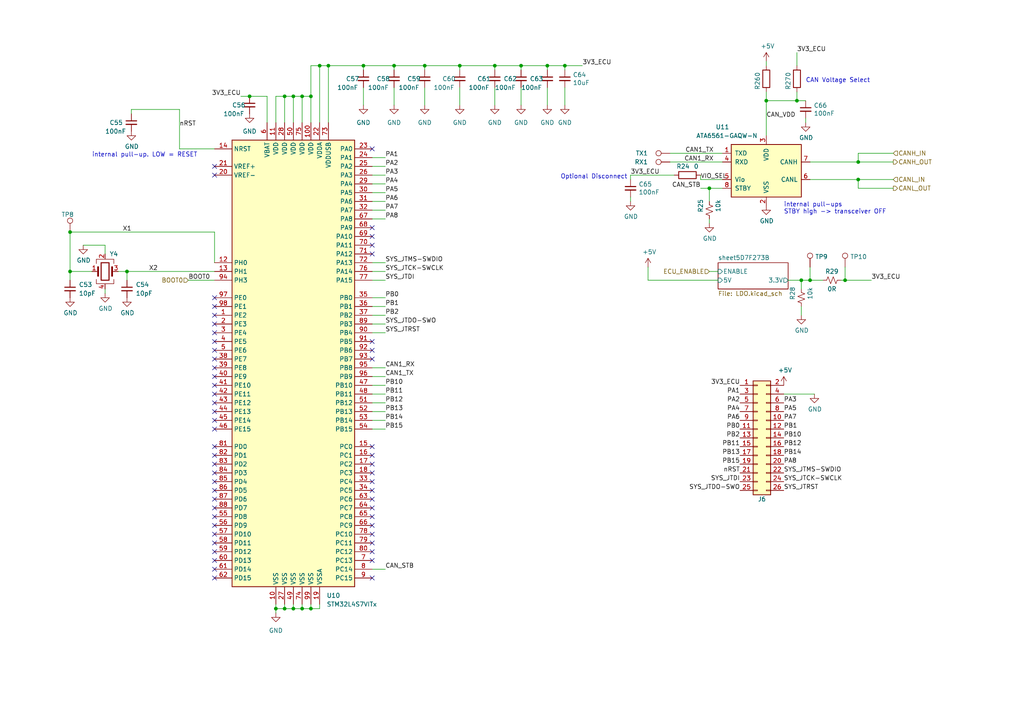
<source format=kicad_sch>
(kicad_sch (version 20211123) (generator eeschema)
  (paper "A4")
  (title_block (title "RAMN: Resistant Automotive Miniature Network V1.0") (date "2021-06-01") (rev "B2L") (company "Copyright (c) 2021 TOYOTA MOTOR CORPORATION. ALL RIGHTS RESERVED.") (comment 3 "License: CC BY-SA 4.0") (comment 4 "https://github.com/toyotainfotech/ramn"))
  (lib_symbols
    (symbol "Connector:TestPoint" (pin_numbers hide) (pin_names (offset 0.762) hide)
      (property "Reference" "TP" (at 0 6.858 0))
      (property "Value" "TestPoint" (at 0 5.08 0))
      (symbol "TestPoint_0_1"
        (circle (center 0 3.302) (radius 0.762))
      )
      (symbol "TestPoint_1_1"
        (pin passive line (at 0 0 90) (length 2.54) (name "1") (number "1"))
      )
    )
    (symbol "Connector_Generic:Conn_02x13_Odd_Even" (pin_names (offset 1.016) hide)
      (property "Reference" "J" (at 1.27 17.78 0))
      (property "Value" "Conn_02x13_Odd_Even" (at 1.27 -17.78 0))
      (symbol "Conn_02x13_Odd_Even_1_1"
        (rectangle (start -1.27 -15.113) (end 0 -15.367) (stroke (width 0.1524)))
        (rectangle (start -1.27 -12.573) (end 0 -12.827) (stroke (width 0.1524)))
        (rectangle (start -1.27 -10.033) (end 0 -10.287) (stroke (width 0.1524)))
        (rectangle (start -1.27 -7.493) (end 0 -7.747) (stroke (width 0.1524)))
        (rectangle (start -1.27 -4.953) (end 0 -5.207) (stroke (width 0.1524)))
        (rectangle (start -1.27 -2.413) (end 0 -2.667) (stroke (width 0.1524)))
        (rectangle (start -1.27 0.127) (end 0 -0.127) (stroke (width 0.1524)))
        (rectangle (start -1.27 2.667) (end 0 2.413) (stroke (width 0.1524)))
        (rectangle (start -1.27 5.207) (end 0 4.953) (stroke (width 0.1524)))
        (rectangle (start -1.27 7.747) (end 0 7.493) (stroke (width 0.1524)))
        (rectangle (start -1.27 10.287) (end 0 10.033) (stroke (width 0.1524)))
        (rectangle (start -1.27 12.827) (end 0 12.573) (stroke (width 0.1524)))
        (rectangle (start -1.27 15.367) (end 0 15.113) (stroke (width 0.1524)))
        (rectangle (start -1.27 16.51) (end 3.81 -16.51) (stroke (width 0.254)) (fill (type background)))
        (rectangle (start 3.81 -15.113) (end 2.54 -15.367) (stroke (width 0.1524)))
        (rectangle (start 3.81 -12.573) (end 2.54 -12.827) (stroke (width 0.1524)))
        (rectangle (start 3.81 -10.033) (end 2.54 -10.287) (stroke (width 0.1524)))
        (rectangle (start 3.81 -7.493) (end 2.54 -7.747) (stroke (width 0.1524)))
        (rectangle (start 3.81 -4.953) (end 2.54 -5.207) (stroke (width 0.1524)))
        (rectangle (start 3.81 -2.413) (end 2.54 -2.667) (stroke (width 0.1524)))
        (rectangle (start 3.81 0.127) (end 2.54 -0.127) (stroke (width 0.1524)))
        (rectangle (start 3.81 2.667) (end 2.54 2.413) (stroke (width 0.1524)))
        (rectangle (start 3.81 5.207) (end 2.54 4.953) (stroke (width 0.1524)))
        (rectangle (start 3.81 7.747) (end 2.54 7.493) (stroke (width 0.1524)))
        (rectangle (start 3.81 10.287) (end 2.54 10.033) (stroke (width 0.1524)))
        (rectangle (start 3.81 12.827) (end 2.54 12.573) (stroke (width 0.1524)))
        (rectangle (start 3.81 15.367) (end 2.54 15.113) (stroke (width 0.1524)))
        (pin passive line (at -5.08 15.24 0) (length 3.81) (name "Pin_1") (number "1"))
        (pin passive line (at 7.62 5.08 180) (length 3.81) (name "Pin_10") (number "10"))
        (pin passive line (at -5.08 2.54 0) (length 3.81) (name "Pin_11") (number "11"))
        (pin passive line (at 7.62 2.54 180) (length 3.81) (name "Pin_12") (number "12"))
        (pin passive line (at -5.08 0 0) (length 3.81) (name "Pin_13") (number "13"))
        (pin passive line (at 7.62 0 180) (length 3.81) (name "Pin_14") (number "14"))
        (pin passive line (at -5.08 -2.54 0) (length 3.81) (name "Pin_15") (number "15"))
        (pin passive line (at 7.62 -2.54 180) (length 3.81) (name "Pin_16") (number "16"))
        (pin passive line (at -5.08 -5.08 0) (length 3.81) (name "Pin_17") (number "17"))
        (pin passive line (at 7.62 -5.08 180) (length 3.81) (name "Pin_18") (number "18"))
        (pin passive line (at -5.08 -7.62 0) (length 3.81) (name "Pin_19") (number "19"))
        (pin passive line (at 7.62 15.24 180) (length 3.81) (name "Pin_2") (number "2"))
        (pin passive line (at 7.62 -7.62 180) (length 3.81) (name "Pin_20") (number "20"))
        (pin passive line (at -5.08 -10.16 0) (length 3.81) (name "Pin_21") (number "21"))
        (pin passive line (at 7.62 -10.16 180) (length 3.81) (name "Pin_22") (number "22"))
        (pin passive line (at -5.08 -12.7 0) (length 3.81) (name "Pin_23") (number "23"))
        (pin passive line (at 7.62 -12.7 180) (length 3.81) (name "Pin_24") (number "24"))
        (pin passive line (at -5.08 -15.24 0) (length 3.81) (name "Pin_25") (number "25"))
        (pin passive line (at 7.62 -15.24 180) (length 3.81) (name "Pin_26") (number "26"))
        (pin passive line (at -5.08 12.7 0) (length 3.81) (name "Pin_3") (number "3"))
        (pin passive line (at 7.62 12.7 180) (length 3.81) (name "Pin_4") (number "4"))
        (pin passive line (at -5.08 10.16 0) (length 3.81) (name "Pin_5") (number "5"))
        (pin passive line (at 7.62 10.16 180) (length 3.81) (name "Pin_6") (number "6"))
        (pin passive line (at -5.08 7.62 0) (length 3.81) (name "Pin_7") (number "7"))
        (pin passive line (at 7.62 7.62 180) (length 3.81) (name "Pin_8") (number "8"))
        (pin passive line (at -5.08 5.08 0) (length 3.81) (name "Pin_9") (number "9"))
      )
    )
    (symbol "Device:C_Small" (pin_numbers hide) (pin_names (offset 0.254) hide)
      (property "Reference" "C" (at 0.254 1.778 0))
      (property "Value" "C_Small" (at 0.254 -2.032 0))
      (symbol "C_Small_0_1"
        (polyline (pts (xy -1.524 -0.508) (xy 1.524 -0.508)) (stroke (width 0.3302)))
        (polyline (pts (xy -1.524 0.508) (xy 1.524 0.508)) (stroke (width 0.3048)))
      )
      (symbol "C_Small_1_1"
        (pin passive line (at 0 2.54 270) (length 2.032) (name "~") (number "1"))
        (pin passive line (at 0 -2.54 90) (length 2.032) (name "~") (number "2"))
      )
    )
    (symbol "Device:Crystal_GND24" (pin_names (offset 1.016) hide)
      (property "Reference" "Y" (at 3.175 5.08 0))
      (property "Value" "Crystal_GND24" (at 3.175 3.175 0))
      (symbol "Crystal_GND24_0_1"
        (rectangle (start -1.143 2.54) (end 1.143 -2.54) (stroke (width 0.3048)))
        (polyline (pts (xy -2.54 0) (xy -2.032 0)))
        (polyline (pts (xy -2.032 -1.27) (xy -2.032 1.27)) (stroke (width 0.508)))
        (polyline (pts (xy 0 -3.81) (xy 0 -3.556)))
        (polyline (pts (xy 0 3.556) (xy 0 3.81)))
        (polyline (pts (xy 2.032 -1.27) (xy 2.032 1.27)) (stroke (width 0.508)))
        (polyline (pts (xy 2.032 0) (xy 2.54 0)))
        (polyline (pts (xy -2.54 -2.286) (xy -2.54 -3.556) (xy 2.54 -3.556) (xy 2.54 -2.286)))
        (polyline (pts (xy -2.54 2.286) (xy -2.54 3.556) (xy 2.54 3.556) (xy 2.54 2.286)))
      )
      (symbol "Crystal_GND24_1_1"
        (pin passive line (at -3.81 0 0) (length 1.27) (name "1") (number "1"))
        (pin passive line (at 0 5.08 270) (length 1.27) (name "2") (number "2"))
        (pin passive line (at 3.81 0 180) (length 1.27) (name "3") (number "3"))
        (pin passive line (at 0 -5.08 90) (length 1.27) (name "4") (number "4"))
      )
    )
    (symbol "Device:R" (pin_numbers hide) (pin_names (offset 0))
      (property "Reference" "R" (at 2.032 0 90))
      (property "Value" "R" (at 0 0 90))
      (symbol "R_0_1"
        (rectangle (start -1.016 -2.54) (end 1.016 2.54) (stroke (width 0.254)))
      )
      (symbol "R_1_1"
        (pin passive line (at 0 3.81 270) (length 1.27) (name "~") (number "1"))
        (pin passive line (at 0 -3.81 90) (length 1.27) (name "~") (number "2"))
      )
    )
    (symbol "Device:R_Small_US" (pin_numbers hide) (pin_names (offset 0.254) hide)
      (property "Reference" "R" (at 0.762 0.508 0))
      (property "Value" "R_Small_US" (at 0.762 -1.016 0))
      (symbol "R_Small_US_1_1"
        (polyline (pts (xy 0 0) (xy 1.016 -0.381) (xy 0 -0.762) (xy -1.016 -1.143) (xy 0 -1.524)))
        (polyline (pts (xy 0 1.524) (xy 1.016 1.143) (xy 0 0.762) (xy -1.016 0.381) (xy 0 0)))
        (pin passive line (at 0 2.54 270) (length 1.016) (name "~") (number "1"))
        (pin passive line (at 0 -2.54 90) (length 1.016) (name "~") (number "2"))
      )
    )
    (symbol "Interface_CAN_LIN:MCP2562-E-SN" (pin_names (offset 1.016))
      (property "Reference" "U" (at -10.16 8.89 0))
      (property "Value" "MCP2562-E-SN" (at 2.54 8.89 0))
      (symbol "MCP2562-E-SN_0_1"
        (rectangle (start -10.16 7.62) (end 10.16 -7.62) (stroke (width 0.254)) (fill (type background)))
      )
      (symbol "MCP2562-E-SN_1_1"
        (pin input line (at -12.7 5.08 0) (length 2.54) (name "TXD") (number "1"))
        (pin power_in line (at 0 -10.16 90) (length 2.54) (name "VSS") (number "2"))
        (pin power_in line (at 0 10.16 270) (length 2.54) (name "VDD") (number "3"))
        (pin output line (at -12.7 2.54 0) (length 2.54) (name "RXD") (number "4"))
        (pin power_in line (at -12.7 -2.54 0) (length 2.54) (name "Vio") (number "5"))
        (pin bidirectional line (at 12.7 -2.54 180) (length 2.54) (name "CANL") (number "6"))
        (pin bidirectional line (at 12.7 2.54 180) (length 2.54) (name "CANH") (number "7"))
        (pin input line (at -12.7 -5.08 0) (length 2.54) (name "STBY") (number "8"))
      )
    )
    (symbol "MCU_ST_STM32L4+:STM32L4S7VITx"
      (property "Reference" "U" (at -17.78 64.77 0))
      (property "Value" "STM32L4S7VITx" (at 12.7 64.77 0))
      (symbol "STM32L4S7VITx_0_1"
        (rectangle (start -17.78 -66.04) (end 17.78 63.5) (stroke (width 0.254)) (fill (type background)))
      )
      (symbol "STM32L4S7VITx_1_1"
        (pin bidirectional line (at -22.86 12.7 0) (length 5.08) (name "PE2") (number "1"))
        (pin power_in line (at -5.08 -71.12 90) (length 5.08) (name "VSS") (number "10"))
        (pin power_in line (at 5.08 68.58 270) (length 5.08) (name "VDD") (number "100"))
        (pin power_in line (at -5.08 68.58 270) (length 5.08) (name "VDD") (number "11"))
        (pin input line (at -22.86 27.94 0) (length 5.08) (name "PH0") (number "12"))
        (pin input line (at -22.86 25.4 0) (length 5.08) (name "PH1") (number "13"))
        (pin input line (at -22.86 60.96 0) (length 5.08) (name "NRST") (number "14"))
        (pin bidirectional line (at 22.86 -25.4 180) (length 5.08) (name "PC0") (number "15"))
        (pin bidirectional line (at 22.86 -27.94 180) (length 5.08) (name "PC1") (number "16"))
        (pin bidirectional line (at 22.86 -30.48 180) (length 5.08) (name "PC2") (number "17"))
        (pin bidirectional line (at 22.86 -33.02 180) (length 5.08) (name "PC3") (number "18"))
        (pin power_in line (at 7.62 -71.12 90) (length 5.08) (name "VSSA") (number "19"))
        (pin bidirectional line (at -22.86 10.16 0) (length 5.08) (name "PE3") (number "2"))
        (pin power_in line (at -22.86 53.34 0) (length 5.08) (name "VREF-") (number "20"))
        (pin bidirectional line (at -22.86 55.88 0) (length 5.08) (name "VREF+") (number "21"))
        (pin power_in line (at 7.62 68.58 270) (length 5.08) (name "VDDA") (number "22"))
        (pin bidirectional line (at 22.86 60.96 180) (length 5.08) (name "PA0") (number "23"))
        (pin bidirectional line (at 22.86 58.42 180) (length 5.08) (name "PA1") (number "24"))
        (pin bidirectional line (at 22.86 55.88 180) (length 5.08) (name "PA2") (number "25"))
        (pin bidirectional line (at 22.86 53.34 180) (length 5.08) (name "PA3") (number "26"))
        (pin power_in line (at -2.54 -71.12 90) (length 5.08) (name "VSS") (number "27"))
        (pin power_in line (at -2.54 68.58 270) (length 5.08) (name "VDD") (number "28"))
        (pin bidirectional line (at 22.86 50.8 180) (length 5.08) (name "PA4") (number "29"))
        (pin bidirectional line (at -22.86 7.62 0) (length 5.08) (name "PE4") (number "3"))
        (pin bidirectional line (at 22.86 48.26 180) (length 5.08) (name "PA5") (number "30"))
        (pin bidirectional line (at 22.86 45.72 180) (length 5.08) (name "PA6") (number "31"))
        (pin bidirectional line (at 22.86 43.18 180) (length 5.08) (name "PA7") (number "32"))
        (pin bidirectional line (at 22.86 -35.56 180) (length 5.08) (name "PC4") (number "33"))
        (pin bidirectional line (at 22.86 -38.1 180) (length 5.08) (name "PC5") (number "34"))
        (pin bidirectional line (at 22.86 17.78 180) (length 5.08) (name "PB0") (number "35"))
        (pin bidirectional line (at 22.86 15.24 180) (length 5.08) (name "PB1") (number "36"))
        (pin bidirectional line (at 22.86 12.7 180) (length 5.08) (name "PB2") (number "37"))
        (pin bidirectional line (at -22.86 0 0) (length 5.08) (name "PE7") (number "38"))
        (pin bidirectional line (at -22.86 -2.54 0) (length 5.08) (name "PE8") (number "39"))
        (pin bidirectional line (at -22.86 5.08 0) (length 5.08) (name "PE5") (number "4"))
        (pin bidirectional line (at -22.86 -5.08 0) (length 5.08) (name "PE9") (number "40"))
        (pin bidirectional line (at -22.86 -7.62 0) (length 5.08) (name "PE10") (number "41"))
        (pin bidirectional line (at -22.86 -10.16 0) (length 5.08) (name "PE11") (number "42"))
        (pin bidirectional line (at -22.86 -12.7 0) (length 5.08) (name "PE12") (number "43"))
        (pin bidirectional line (at -22.86 -15.24 0) (length 5.08) (name "PE13") (number "44"))
        (pin bidirectional line (at -22.86 -17.78 0) (length 5.08) (name "PE14") (number "45"))
        (pin bidirectional line (at -22.86 -20.32 0) (length 5.08) (name "PE15") (number "46"))
        (pin bidirectional line (at 22.86 -7.62 180) (length 5.08) (name "PB10") (number "47"))
        (pin bidirectional line (at 22.86 -10.16 180) (length 5.08) (name "PB11") (number "48"))
        (pin power_in line (at 0 -71.12 90) (length 5.08) (name "VSS") (number "49"))
        (pin bidirectional line (at -22.86 2.54 0) (length 5.08) (name "PE6") (number "5"))
        (pin power_in line (at 0 68.58 270) (length 5.08) (name "VDD") (number "50"))
        (pin bidirectional line (at 22.86 -12.7 180) (length 5.08) (name "PB12") (number "51"))
        (pin bidirectional line (at 22.86 -15.24 180) (length 5.08) (name "PB13") (number "52"))
        (pin bidirectional line (at 22.86 -17.78 180) (length 5.08) (name "PB14") (number "53"))
        (pin bidirectional line (at 22.86 -20.32 180) (length 5.08) (name "PB15") (number "54"))
        (pin bidirectional line (at -22.86 -45.72 0) (length 5.08) (name "PD8") (number "55"))
        (pin bidirectional line (at -22.86 -48.26 0) (length 5.08) (name "PD9") (number "56"))
        (pin bidirectional line (at -22.86 -50.8 0) (length 5.08) (name "PD10") (number "57"))
        (pin bidirectional line (at -22.86 -53.34 0) (length 5.08) (name "PD11") (number "58"))
        (pin bidirectional line (at -22.86 -55.88 0) (length 5.08) (name "PD12") (number "59"))
        (pin power_in line (at -7.62 68.58 270) (length 5.08) (name "VBAT") (number "6"))
        (pin bidirectional line (at -22.86 -58.42 0) (length 5.08) (name "PD13") (number "60"))
        (pin bidirectional line (at -22.86 -60.96 0) (length 5.08) (name "PD14") (number "61"))
        (pin bidirectional line (at -22.86 -63.5 0) (length 5.08) (name "PD15") (number "62"))
        (pin bidirectional line (at 22.86 -40.64 180) (length 5.08) (name "PC6") (number "63"))
        (pin bidirectional line (at 22.86 -43.18 180) (length 5.08) (name "PC7") (number "64"))
        (pin bidirectional line (at 22.86 -45.72 180) (length 5.08) (name "PC8") (number "65"))
        (pin bidirectional line (at 22.86 -48.26 180) (length 5.08) (name "PC9") (number "66"))
        (pin bidirectional line (at 22.86 40.64 180) (length 5.08) (name "PA8") (number "67"))
        (pin bidirectional line (at 22.86 38.1 180) (length 5.08) (name "PA9") (number "68"))
        (pin bidirectional line (at 22.86 35.56 180) (length 5.08) (name "PA10") (number "69"))
        (pin bidirectional line (at 22.86 -58.42 180) (length 5.08) (name "PC13") (number "7"))
        (pin bidirectional line (at 22.86 33.02 180) (length 5.08) (name "PA11") (number "70"))
        (pin bidirectional line (at 22.86 30.48 180) (length 5.08) (name "PA12") (number "71"))
        (pin bidirectional line (at 22.86 27.94 180) (length 5.08) (name "PA13") (number "72"))
        (pin power_in line (at 10.16 68.58 270) (length 5.08) (name "VDDUSB") (number "73"))
        (pin power_in line (at 2.54 -71.12 90) (length 5.08) (name "VSS") (number "74"))
        (pin power_in line (at 2.54 68.58 270) (length 5.08) (name "VDD") (number "75"))
        (pin bidirectional line (at 22.86 25.4 180) (length 5.08) (name "PA14") (number "76"))
        (pin bidirectional line (at 22.86 22.86 180) (length 5.08) (name "PA15") (number "77"))
        (pin bidirectional line (at 22.86 -50.8 180) (length 5.08) (name "PC10") (number "78"))
        (pin bidirectional line (at 22.86 -53.34 180) (length 5.08) (name "PC11") (number "79"))
        (pin bidirectional line (at 22.86 -60.96 180) (length 5.08) (name "PC14") (number "8"))
        (pin bidirectional line (at 22.86 -55.88 180) (length 5.08) (name "PC12") (number "80"))
        (pin bidirectional line (at -22.86 -25.4 0) (length 5.08) (name "PD0") (number "81"))
        (pin bidirectional line (at -22.86 -27.94 0) (length 5.08) (name "PD1") (number "82"))
        (pin bidirectional line (at -22.86 -30.48 0) (length 5.08) (name "PD2") (number "83"))
        (pin bidirectional line (at -22.86 -33.02 0) (length 5.08) (name "PD3") (number "84"))
        (pin bidirectional line (at -22.86 -35.56 0) (length 5.08) (name "PD4") (number "85"))
        (pin bidirectional line (at -22.86 -38.1 0) (length 5.08) (name "PD5") (number "86"))
        (pin bidirectional line (at -22.86 -40.64 0) (length 5.08) (name "PD6") (number "87"))
        (pin bidirectional line (at -22.86 -43.18 0) (length 5.08) (name "PD7") (number "88"))
        (pin bidirectional line (at 22.86 10.16 180) (length 5.08) (name "PB3") (number "89"))
        (pin bidirectional line (at 22.86 -63.5 180) (length 5.08) (name "PC15") (number "9"))
        (pin bidirectional line (at 22.86 7.62 180) (length 5.08) (name "PB4") (number "90"))
        (pin bidirectional line (at 22.86 5.08 180) (length 5.08) (name "PB5") (number "91"))
        (pin bidirectional line (at 22.86 2.54 180) (length 5.08) (name "PB6") (number "92"))
        (pin bidirectional line (at 22.86 0 180) (length 5.08) (name "PB7") (number "93"))
        (pin bidirectional line (at -22.86 22.86 0) (length 5.08) (name "PH3") (number "94"))
        (pin bidirectional line (at 22.86 -2.54 180) (length 5.08) (name "PB8") (number "95"))
        (pin bidirectional line (at 22.86 -5.08 180) (length 5.08) (name "PB9") (number "96"))
        (pin bidirectional line (at -22.86 17.78 0) (length 5.08) (name "PE0") (number "97"))
        (pin bidirectional line (at -22.86 15.24 0) (length 5.08) (name "PE1") (number "98"))
        (pin power_in line (at 5.08 -71.12 90) (length 5.08) (name "VSS") (number "99"))
      )
    )
    (symbol "power:+5V" (power) (pin_names (offset 0))
      (property "Value" "+5V" (at 0 3.556 0))
      (symbol "+5V_0_1"
        (polyline (pts (xy -0.762 1.27) (xy 0 2.54)))
        (polyline (pts (xy 0 0) (xy 0 2.54)))
        (polyline (pts (xy 0 2.54) (xy 0.762 1.27)))
      )
      (symbol "+5V_1_1"
        (pin power_in line (at 0 0 90) (length 0) hide (name "+5V") (number "1"))
      )
    )
    (symbol "power:GND" (power) (pin_names (offset 0))
      (property "Value" "GND" (at 0 -3.81 0))
      (symbol "GND_0_1"
        (polyline (pts (xy 0 0) (xy 0 -1.27) (xy 1.27 -1.27) (xy 0 -2.54) (xy -1.27 -1.27) (xy 0 -1.27)))
      )
      (symbol "GND_1_1"
        (pin power_in line (at 0 0 270) (length 0) hide (name "GND") (number "1"))
      )
    )
  )
  (junction (at 20.32 78.74))
  (junction (at 123.19 19.05))
  (junction (at 90.17 27.94))
  (junction (at 36.83 78.74))
  (junction (at 85.09 176.53))
  (junction (at 92.71 19.05))
  (junction (at 245.11 81.28))
  (junction (at 95.25 19.05))
  (junction (at 82.55 27.94))
  (junction (at 72.39 27.94))
  (junction (at 87.63 27.94))
  (junction (at 158.75 19.05))
  (junction (at 105.41 19.05))
  (junction (at 82.55 176.53))
  (junction (at 248.92 46.99))
  (junction (at 222.25 29.21))
  (junction (at 133.35 19.05))
  (junction (at 90.17 176.53))
  (junction (at 163.83 19.05))
  (junction (at 20.32 67.31))
  (junction (at 205.74 54.61))
  (junction (at 248.92 52.07))
  (junction (at 231.14 29.21))
  (junction (at 151.13 19.05))
  (junction (at 234.95 81.28))
  (junction (at 232.41 81.28))
  (junction (at 80.01 176.53))
  (junction (at 143.51 19.05))
  (junction (at 114.3 19.05))
  (junction (at 87.63 176.53))
  (junction (at 85.09 27.94))
  (no_connect (at 107.95 99.06))
  (no_connect (at 62.23 152.4))
  (no_connect (at 62.23 144.78))
  (no_connect (at 62.23 129.54))
  (no_connect (at 107.95 66.04))
  (no_connect (at 62.23 154.94))
  (no_connect (at 62.23 48.26))
  (no_connect (at 62.23 137.16))
  (no_connect (at 62.23 160.02))
  (no_connect (at 107.95 43.18))
  (no_connect (at 107.95 71.12))
  (no_connect (at 62.23 106.68))
  (no_connect (at 62.23 132.08))
  (no_connect (at 62.23 124.46))
  (no_connect (at 107.95 162.56))
  (no_connect (at 107.95 134.62))
  (no_connect (at 62.23 142.24))
  (no_connect (at 107.95 154.94))
  (no_connect (at 62.23 96.52))
  (no_connect (at 107.95 132.08))
  (no_connect (at 62.23 109.22))
  (no_connect (at 62.23 101.6))
  (no_connect (at 62.23 162.56))
  (no_connect (at 62.23 99.06))
  (no_connect (at 107.95 137.16))
  (no_connect (at 107.95 139.7))
  (no_connect (at 107.95 101.6))
  (no_connect (at 62.23 114.3))
  (no_connect (at 62.23 50.8))
  (no_connect (at 62.23 116.84))
  (no_connect (at 107.95 160.02))
  (no_connect (at 107.95 129.54))
  (no_connect (at 62.23 91.44))
  (no_connect (at 107.95 68.58))
  (no_connect (at 107.95 73.66))
  (no_connect (at 107.95 144.78))
  (no_connect (at 62.23 167.64))
  (no_connect (at 62.23 104.14))
  (no_connect (at 62.23 139.7))
  (no_connect (at 62.23 111.76))
  (no_connect (at 107.95 147.32))
  (no_connect (at 62.23 147.32))
  (no_connect (at 62.23 149.86))
  (no_connect (at 62.23 157.48))
  (no_connect (at 62.23 134.62))
  (no_connect (at 62.23 88.9))
  (no_connect (at 62.23 86.36))
  (no_connect (at 107.95 149.86))
  (no_connect (at 107.95 142.24))
  (no_connect (at 62.23 119.38))
  (no_connect (at 107.95 157.48))
  (no_connect (at 62.23 93.98))
  (no_connect (at 107.95 104.14))
  (no_connect (at 62.23 121.92))
  (no_connect (at 107.95 152.4))
  (no_connect (at 62.23 165.1))
  (no_connect (at 107.95 167.64))
  (wire (pts (xy 107.95 60.96) (xy 111.76 60.96)))
  (wire (pts (xy 80.01 175.26) (xy 80.01 176.53)))
  (wire (pts (xy 107.95 165.1) (xy 111.76 165.1)))
  (wire (pts (xy 187.96 81.28) (xy 208.28 81.28)))
  (wire (pts (xy 20.32 78.74) (xy 20.32 81.28)))
  (wire (pts (xy 30.48 71.12) (xy 30.48 73.66)))
  (wire (pts (xy 105.41 25.4) (xy 105.41 30.48)))
  (wire (pts (xy 107.95 91.44) (xy 111.76 91.44)))
  (wire (pts (xy 107.95 76.2) (xy 111.76 76.2)))
  (wire (pts (xy 158.75 19.05) (xy 163.83 19.05)))
  (wire (pts (xy 105.41 19.05) (xy 114.3 19.05)))
  (wire (pts (xy 232.41 88.9) (xy 232.41 91.44)))
  (wire (pts (xy 151.13 19.05) (xy 151.13 20.32)))
  (wire (pts (xy 243.84 81.28) (xy 245.11 81.28)))
  (wire (pts (xy 90.17 19.05) (xy 90.17 27.94)))
  (wire (pts (xy 82.55 35.56) (xy 82.55 27.94)))
  (wire (pts (xy 234.95 52.07) (xy 248.92 52.07)))
  (wire (pts (xy 85.09 175.26) (xy 85.09 176.53)))
  (wire (pts (xy 194.31 44.45) (xy 209.55 44.45)))
  (wire (pts (xy 151.13 19.05) (xy 143.51 19.05)))
  (wire (pts (xy 52.07 31.75) (xy 52.07 43.18)))
  (wire (pts (xy 248.92 46.99) (xy 248.92 44.45)))
  (wire (pts (xy 107.95 88.9) (xy 111.76 88.9)))
  (wire (pts (xy 107.95 81.28) (xy 111.76 81.28)))
  (wire (pts (xy 222.25 26.67) (xy 222.25 29.21)))
  (wire (pts (xy 107.95 63.5) (xy 111.76 63.5)))
  (wire (pts (xy 90.17 35.56) (xy 90.17 27.94)))
  (wire (pts (xy 107.95 124.46) (xy 111.76 124.46)))
  (wire (pts (xy 85.09 35.56) (xy 85.09 27.94)))
  (wire (pts (xy 92.71 19.05) (xy 90.17 19.05)))
  (wire (pts (xy 182.88 50.8) (xy 182.88 52.07)))
  (wire (pts (xy 52.07 43.18) (xy 62.23 43.18)))
  (wire (pts (xy 231.14 29.21) (xy 222.25 29.21)))
  (wire (pts (xy 90.17 176.53) (xy 87.63 176.53)))
  (wire (pts (xy 203.2 52.07) (xy 203.2 50.8)))
  (wire (pts (xy 194.31 46.99) (xy 209.55 46.99)))
  (wire (pts (xy 92.71 175.26) (xy 92.71 176.53)))
  (wire (pts (xy 107.95 111.76) (xy 111.76 111.76)))
  (wire (pts (xy 158.75 19.05) (xy 158.75 20.32)))
  (wire (pts (xy 36.83 78.74) (xy 36.83 81.28)))
  (wire (pts (xy 107.95 121.92) (xy 111.76 121.92)))
  (wire (pts (xy 77.47 35.56) (xy 77.47 27.94)))
  (wire (pts (xy 95.25 19.05) (xy 95.25 35.56)))
  (wire (pts (xy 95.25 19.05) (xy 92.71 19.05)))
  (wire (pts (xy 114.3 20.32) (xy 114.3 19.05)))
  (wire (pts (xy 232.41 81.28) (xy 234.95 81.28)))
  (wire (pts (xy 107.95 96.52) (xy 111.76 96.52)))
  (wire (pts (xy 20.32 67.31) (xy 20.32 78.74)))
  (wire (pts (xy 182.88 50.8) (xy 195.58 50.8)))
  (wire (pts (xy 123.19 19.05) (xy 133.35 19.05)))
  (wire (pts (xy 187.96 77.47) (xy 187.96 81.28)))
  (wire (pts (xy 107.95 48.26) (xy 111.76 48.26)))
  (wire (pts (xy 107.95 53.34) (xy 111.76 53.34)))
  (wire (pts (xy 107.95 119.38) (xy 111.76 119.38)))
  (wire (pts (xy 54.61 81.28) (xy 62.23 81.28)))
  (wire (pts (xy 107.95 78.74) (xy 111.76 78.74)))
  (wire (pts (xy 107.95 114.3) (xy 111.76 114.3)))
  (wire (pts (xy 24.13 71.12) (xy 30.48 71.12)))
  (wire (pts (xy 248.92 54.61) (xy 259.08 54.61)))
  (wire (pts (xy 80.01 176.53) (xy 80.01 177.8)))
  (wire (pts (xy 105.41 20.32) (xy 105.41 19.05)))
  (wire (pts (xy 227.33 114.3) (xy 236.22 114.3)))
  (wire (pts (xy 107.95 93.98) (xy 111.76 93.98)))
  (wire (pts (xy 123.19 20.32) (xy 123.19 19.05)))
  (wire (pts (xy 231.14 26.67) (xy 231.14 29.21)))
  (wire (pts (xy 123.19 25.4) (xy 123.19 30.48)))
  (wire (pts (xy 87.63 176.53) (xy 85.09 176.53)))
  (wire (pts (xy 80.01 35.56) (xy 80.01 27.94)))
  (wire (pts (xy 82.55 27.94) (xy 85.09 27.94)))
  (wire (pts (xy 234.95 46.99) (xy 248.92 46.99)))
  (wire (pts (xy 163.83 25.4) (xy 163.83 30.48)))
  (wire (pts (xy 233.68 34.29) (xy 233.68 35.56)))
  (wire (pts (xy 85.09 176.53) (xy 82.55 176.53)))
  (wire (pts (xy 231.14 15.24) (xy 231.14 19.05)))
  (wire (pts (xy 205.74 54.61) (xy 205.74 58.42)))
  (wire (pts (xy 158.75 25.4) (xy 158.75 30.48)))
  (wire (pts (xy 107.95 58.42) (xy 111.76 58.42)))
  (wire (pts (xy 232.41 83.82) (xy 232.41 81.28)))
  (wire (pts (xy 107.95 50.8) (xy 111.76 50.8)))
  (wire (pts (xy 87.63 35.56) (xy 87.63 27.94)))
  (wire (pts (xy 114.3 25.4) (xy 114.3 30.48)))
  (wire (pts (xy 209.55 52.07) (xy 203.2 52.07)))
  (wire (pts (xy 20.32 67.31) (xy 62.23 67.31)))
  (wire (pts (xy 62.23 67.31) (xy 62.23 76.2)))
  (wire (pts (xy 30.48 83.82) (xy 30.48 85.09)))
  (wire (pts (xy 114.3 19.05) (xy 123.19 19.05)))
  (wire (pts (xy 163.83 20.32) (xy 163.83 19.05)))
  (wire (pts (xy 82.55 176.53) (xy 80.01 176.53)))
  (wire (pts (xy 248.92 46.99) (xy 259.08 46.99)))
  (wire (pts (xy 107.95 86.36) (xy 111.76 86.36)))
  (wire (pts (xy 107.95 45.72) (xy 111.76 45.72)))
  (wire (pts (xy 87.63 175.26) (xy 87.63 176.53)))
  (wire (pts (xy 92.71 176.53) (xy 90.17 176.53)))
  (wire (pts (xy 233.68 29.21) (xy 231.14 29.21)))
  (wire (pts (xy 205.74 63.5) (xy 205.74 64.77)))
  (wire (pts (xy 38.1 31.75) (xy 52.07 31.75)))
  (wire (pts (xy 205.74 54.61) (xy 203.2 54.61)))
  (wire (pts (xy 151.13 19.05) (xy 158.75 19.05)))
  (wire (pts (xy 107.95 109.22) (xy 111.76 109.22)))
  (wire (pts (xy 82.55 175.26) (xy 82.55 176.53)))
  (wire (pts (xy 92.71 19.05) (xy 92.71 35.56)))
  (wire (pts (xy 245.11 77.47) (xy 245.11 81.28)))
  (wire (pts (xy 38.1 33.02) (xy 38.1 31.75)))
  (wire (pts (xy 222.25 17.78) (xy 222.25 19.05)))
  (wire (pts (xy 143.51 25.4) (xy 143.51 30.48)))
  (wire (pts (xy 87.63 27.94) (xy 90.17 27.94)))
  (wire (pts (xy 248.92 54.61) (xy 248.92 52.07)))
  (wire (pts (xy 133.35 25.4) (xy 133.35 30.48)))
  (wire (pts (xy 143.51 20.32) (xy 143.51 19.05)))
  (wire (pts (xy 222.25 29.21) (xy 222.25 39.37)))
  (wire (pts (xy 163.83 19.05) (xy 168.91 19.05)))
  (wire (pts (xy 80.01 27.94) (xy 82.55 27.94)))
  (wire (pts (xy 248.92 52.07) (xy 259.08 52.07)))
  (wire (pts (xy 107.95 116.84) (xy 111.76 116.84)))
  (wire (pts (xy 105.41 19.05) (xy 95.25 19.05)))
  (wire (pts (xy 36.83 78.74) (xy 62.23 78.74)))
  (wire (pts (xy 107.95 55.88) (xy 111.76 55.88)))
  (wire (pts (xy 234.95 81.28) (xy 238.76 81.28)))
  (wire (pts (xy 34.29 78.74) (xy 36.83 78.74)))
  (wire (pts (xy 234.95 77.47) (xy 234.95 81.28)))
  (wire (pts (xy 133.35 19.05) (xy 133.35 20.32)))
  (wire (pts (xy 151.13 25.4) (xy 151.13 30.48)))
  (wire (pts (xy 248.92 44.45) (xy 259.08 44.45)))
  (wire (pts (xy 245.11 81.28) (xy 252.73 81.28)))
  (wire (pts (xy 228.6 81.28) (xy 232.41 81.28)))
  (wire (pts (xy 72.39 27.94) (xy 77.47 27.94)))
  (wire (pts (xy 90.17 175.26) (xy 90.17 176.53)))
  (wire (pts (xy 107.95 106.68) (xy 111.76 106.68)))
  (wire (pts (xy 209.55 54.61) (xy 205.74 54.61)))
  (wire (pts (xy 85.09 27.94) (xy 87.63 27.94)))
  (wire (pts (xy 26.67 78.74) (xy 20.32 78.74)))
  (wire (pts (xy 143.51 19.05) (xy 133.35 19.05)))
  (wire (pts (xy 69.85 27.94) (xy 72.39 27.94)))
  (wire (pts (xy 182.88 57.15) (xy 182.88 58.42)))
  (wire (pts (xy 205.74 78.74) (xy 208.28 78.74)))
  (text "CAN Voltage Select" (at 233.68 24.13 0) (effects (font (size 1.27 1.27)) (justify left bottom)))
  (text "Optional Disconnect" (at 162.56 52.07 0) (effects (font (size 1.27 1.27)) (justify left bottom)))
  (text "internal pull-ups\nSTBY high -> transceiver OFF" (at 227.33 62.23 0) (effects (font (size 1.27 1.27)) (justify left bottom)))
  (text "internal pull-up. LOW = RESET" (at 26.67 45.72 0) (effects (font (size 1.27 1.27)) (justify left bottom)))
  (label "PB11" (at 214.63 129.54 180))
  (label "PB11" (at 111.76 114.3 0))
  (label "3V3_ECU" (at 182.88 50.8 0))
  (label "CAN1_RX" (at 111.76 106.68 0))
  (label "CAN_VDD" (at 222.25 34.29 0))
  (label "PA7" (at 227.33 121.92 0))
  (label "PB14" (at 227.33 132.08 0))
  (label "3V3_ECU" (at 252.73 81.28 0))
  (label "PB1" (at 111.76 88.9 0))
  (label "CAN_STB" (at 111.76 165.1 0))
  (label "3V3_ECU" (at 69.85 27.94 180))
  (label "3V3_ECU" (at 214.63 111.76 180))
  (label "PB13" (at 214.63 132.08 180))
  (label "SYS_JTDI" (at 111.76 81.28 0))
  (label "PA5" (at 111.76 55.88 0))
  (label "SYS_JTCK-SWCLK" (at 111.76 78.74 0))
  (label "PA8" (at 227.33 134.62 0))
  (label "PB10" (at 227.33 127 0))
  (label "PB0" (at 111.76 86.36 0))
  (label "PB0" (at 214.63 124.46 180))
  (label "PB1" (at 227.33 124.46 0))
  (label "PB14" (at 111.76 121.92 0))
  (label "CAN1_TX" (at 207.01 44.45 180))
  (label "PB15" (at 111.76 124.46 0))
  (label "PA7" (at 111.76 60.96 0))
  (label "BOOT0" (at 60.96 81.28 180))
  (label "PA3" (at 227.33 116.84 0))
  (label "SYS_JTMS-SWDIO" (at 111.76 76.2 0))
  (label "CAN1_TX" (at 111.76 109.22 0))
  (label "PB15" (at 214.63 134.62 180))
  (label "PA6" (at 214.63 121.92 180))
  (label "3V3_ECU" (at 231.14 15.24 0))
  (label "PA2" (at 111.76 48.26 0))
  (label "SYS_JTRST" (at 111.76 96.52 0))
  (label "PA1" (at 111.76 45.72 0))
  (label "PA6" (at 111.76 58.42 0))
  (label "PB12" (at 227.33 129.54 0))
  (label "PA4" (at 111.76 53.34 0))
  (label "PA8" (at 111.76 63.5 0))
  (label "VIO_SEL" (at 203.2 52.07 0))
  (label "SYS_JTDO-SWO" (at 111.76 93.98 0))
  (label "3V3_ECU" (at 168.91 19.05 0))
  (label "nRST" (at 52.07 36.83 0))
  (label "PA1" (at 214.63 114.3 180))
  (label "X1" (at 35.56 67.31 0))
  (label "PB2" (at 111.76 91.44 0))
  (label "CAN_STB" (at 203.2 54.61 180))
  (label "PB2" (at 214.63 127 180))
  (label "PB13" (at 111.76 119.38 0))
  (label "SYS_JTDO-SWO" (at 214.63 142.24 180))
  (label "SYS_JTCK-SWCLK" (at 227.33 139.7 0))
  (label "PA3" (at 111.76 50.8 0))
  (label "PA5" (at 227.33 119.38 0))
  (label "SYS_JTRST" (at 227.33 142.24 0))
  (label "SYS_JTDI" (at 214.63 139.7 180))
  (label "PA4" (at 214.63 119.38 180))
  (label "SYS_JTMS-SWDIO" (at 227.33 137.16 0))
  (label "X2" (at 43.18 78.74 0))
  (label "nRST" (at 214.63 137.16 180))
  (label "PA2" (at 214.63 116.84 180))
  (label "CAN1_RX" (at 207.01 46.99 180))
  (label "PB12" (at 111.76 116.84 0))
  (label "PB10" (at 111.76 111.76 0))
  (hierarchical_label "ECU_ENABLE" (shape input) (at 205.74 78.74 180))
  (hierarchical_label "BOOT0" (shape input) (at 54.61 81.28 180))
  (hierarchical_label "CANH_OUT" (shape output) (at 259.08 46.99 0))
  (hierarchical_label "CANL_OUT" (shape output) (at 259.08 54.61 0))
  (hierarchical_label "CANL_IN" (shape input) (at 259.08 52.07 0))
  (hierarchical_label "CANH_IN" (shape input) (at 259.08 44.45 0))
  (symbol (lib_id "power:GND") (at 222.25 59.69 0) (unit 1)
    (property "Reference" "#PWR0104" (effects hide))
    (property "Value" "GND" (at 222.377 64.0842 0))
  )
  (symbol (lib_id "power:+5V") (at 222.25 17.78 0) (unit 1)
    (property "Reference" "#PWR0103" (effects hide))
    (property "Value" "+5V" (at 222.631 13.3858 0))
  )
  (symbol (lib_id "power:GND") (at 233.68 35.56 0) (unit 1)
    (property "Reference" "#PWR0107" (effects hide))
    (property "Value" "GND" (at 233.807 39.9542 0))
  )
  (symbol (lib_id "Device:C_Small") (at 233.68 31.75 0) (unit 1)
    (property "Reference" "C66" (at 236.0168 30.5816 0) (effects (justify left)))
    (property "Value" "100nF" (at 236.0168 32.893 0) (effects (justify left)))
    (property "Footprint" "Capacitor_SMD:C_0603_1608Metric_Pad1.08x0.95mm_HandSolder" (effects hide))
  )
  (symbol (lib_id "power:GND") (at 182.88 58.42 0) (unit 1)
    (property "Reference" "#PWR0100" (effects hide))
    (property "Value" "GND" (at 183.007 62.8142 0))
  )
  (symbol (lib_id "Device:C_Small") (at 182.88 54.61 0) (unit 1)
    (property "Reference" "C65" (at 185.2168 53.4416 0) (effects (justify left)))
    (property "Value" "100nF" (at 185.2168 55.753 0) (effects (justify left)))
    (property "Footprint" "Capacitor_SMD:C_0603_1608Metric_Pad1.08x0.95mm_HandSolder" (effects hide))
  )
  (symbol (lib_id "Interface_CAN_LIN:MCP2562-E-SN") (at 222.25 49.53 0) (unit 1)
    (property "Reference" "U11" (at 209.55 36.83 0))
    (property "Value" "ATA6561-GAQW-N" (at 210.82 39.37 0))
    (property "Footprint" "Package_SO:SOIC-8_3.9x4.9mm_P1.27mm" (effects hide))
  )
  (symbol (lib_id "power:+5V") (at 187.96 77.47 0) (unit 1)
    (property "Reference" "#PWR0101" (effects hide))
    (property "Value" "+5V" (at 188.341 73.0758 0))
  )
  (symbol (lib_id "Device:R_Small_US") (at 205.74 60.96 0) (unit 1)
    (property "Reference" "R25" (at 203.2 59.69 90))
    (property "Value" "10k" (at 208.28 59.69 90))
    (property "Footprint" "Resistor_SMD:R_0603_1608Metric_Pad0.98x0.95mm_HandSolder" (effects hide))
  )
  (symbol (lib_id "power:GND") (at 205.74 64.77 0) (unit 1)
    (property "Reference" "#PWR0102" (effects hide))
    (property "Value" "GND" (at 205.867 69.1642 0))
  )
  (symbol (lib_id "Device:R_Small_US") (at 241.3 81.28 270) (unit 1)
    (property "Reference" "R29" (at 241.3 78.74 90))
    (property "Value" "0R" (at 241.3 83.82 90))
    (property "Footprint" "Resistor_SMD:R_0603_1608Metric_Pad0.98x0.95mm_HandSolder" (effects hide))
  )
  (symbol (lib_id "Connector:TestPoint") (at 234.95 77.47 0) (unit 1)
    (property "Reference" "TP9" (at 236.4232 74.4728 0) (effects (justify left)))
    (property "Value" " " (at 236.4232 76.7842 0) (effects (justify left)))
    (property "Footprint" "TestPoint:TestPoint_Loop_D2.54mm_Drill1.5mm_Beaded" (effects hide))
  )
  (symbol (lib_id "Connector:TestPoint") (at 245.11 77.47 0) (unit 1)
    (property "Reference" "TP10" (at 246.5832 74.4728 0) (effects (justify left)))
    (property "Value" " " (at 246.5832 76.7842 0) (effects (justify left)))
    (property "Footprint" "TestPoint:TestPoint_Loop_D2.54mm_Drill1.5mm_Beaded" (effects hide))
  )
  (symbol (lib_id "power:GND") (at 236.22 114.3 0) (unit 1)
    (property "Reference" "#PWR0108" (effects hide))
    (property "Value" "GND" (at 236.347 118.6942 0))
  )
  (symbol (lib_id "power:+5V") (at 227.33 111.76 0) (unit 1)
    (property "Reference" "#PWR0105" (effects hide))
    (property "Value" "+5V" (at 227.711 107.3658 0))
  )
  (symbol (lib_id "Connector:TestPoint") (at 194.31 44.45 90) (unit 1)
    (property "Reference" "TX1" (at 187.96 44.45 90) (effects (justify left)))
    (property "Value" " " (at 193.6242 42.9768 0) (effects (justify left)))
    (property "Footprint" "TestPoint:TestPoint_Pad_D1.0mm" (effects hide))
  )
  (symbol (lib_id "Connector:TestPoint") (at 194.31 46.99 90) (unit 1)
    (property "Reference" "RX1" (at 187.96 46.99 90) (effects (justify left)))
    (property "Value" " " (at 193.6242 45.5168 0) (effects (justify left)))
    (property "Footprint" "TestPoint:TestPoint_Pad_D1.0mm" (effects hide))
  )
  (symbol (lib_id "Connector_Generic:Conn_02x13_Odd_Even") (at 219.71 127 0) (unit 1)
    (property "Reference" "J6" (at 220.98 144.78 0))
    (property "Value" " " (at 220.98 108.5596 0))
    (property "Footprint" "Connector_PinSocket_2.54mm:PinSocket_2x13_P2.54mm_Vertical" (effects hide))
  )
  (symbol (lib_id "Device:R_Small_US") (at 232.41 86.36 0) (unit 1)
    (property "Reference" "R28" (at 229.87 85.09 90))
    (property "Value" "10k" (at 234.95 85.09 90))
    (property "Footprint" "Resistor_SMD:R_0603_1608Metric_Pad0.98x0.95mm_HandSolder" (effects hide))
  )
  (symbol (lib_id "power:GND") (at 232.41 91.44 0) (unit 1)
    (property "Reference" "#PWR0106" (effects hide))
    (property "Value" "GND" (at 232.537 95.8342 0))
  )
  (symbol (lib_id "Device:C_Small") (at 151.13 22.86 0) (unit 1)
    (property "Reference" "C62" (at 146.05 22.86 0) (effects (justify left)))
    (property "Value" "100nF" (at 143.51 25.4 0) (effects (justify left)))
    (property "Footprint" "Capacitor_SMD:C_0603_1608Metric_Pad1.08x0.95mm_HandSolder" (effects hide))
  )
  (symbol (lib_id "Connector:TestPoint") (at 20.32 67.31 0) (unit 1)
    (property "Reference" "TP8" (at 17.78 62.23 0) (effects (justify left)))
    (property "Value" " " (at 21.7932 66.6242 0) (effects (justify left)))
    (property "Footprint" "TestPoint:TestPoint_Loop_D2.54mm_Drill1.5mm_Beaded" (effects hide))
  )
  (symbol (lib_id "power:GND") (at 123.19 30.48 0) (unit 1)
    (property "Reference" "#PWR094" (effects hide))
    (property "Value" "GND" (at 123.19 35.56 0))
  )
  (symbol (lib_id "power:GND") (at 114.3 30.48 0) (unit 1)
    (property "Reference" "#PWR093" (effects hide))
    (property "Value" "GND" (at 114.3 35.56 0))
  )
  (symbol (lib_id "power:GND") (at 24.13 71.12 0) (unit 1)
    (property "Reference" "#PWR086" (effects hide))
    (property "Value" "GND" (at 24.257 75.5142 0))
  )
  (symbol (lib_id "Device:C_Small") (at 123.19 22.86 0) (unit 1)
    (property "Reference" "C59" (at 118.11 22.86 0) (effects (justify left)))
    (property "Value" "100nF" (at 115.57 25.4 0) (effects (justify left)))
    (property "Footprint" "Capacitor_SMD:C_0603_1608Metric_Pad1.08x0.95mm_HandSolder" (effects hide))
  )
  (symbol (lib_id "Device:R") (at 199.39 50.8 90) (unit 1)
    (property "Reference" "R24" (at 198.12 48.26 90))
    (property "Value" "0" (at 201.93 48.26 90))
    (property "Footprint" "Resistor_SMD:R_0603_1608Metric_Pad0.98x0.95mm_HandSolder" (effects hide))
  )
  (symbol (lib_id "power:GND") (at 158.75 30.48 0) (unit 1)
    (property "Reference" "#PWR098" (effects hide))
    (property "Value" "GND" (at 158.75 35.56 0))
  )
  (symbol (lib_id "Device:R") (at 222.25 22.86 180) (unit 1)
    (property "Reference" "R26" (at 219.71 24.13 90))
    (property "Value" "0" (at 219.71 21.59 90))
    (property "Footprint" "Resistor_SMD:R_0603_1608Metric_Pad0.98x0.95mm_HandSolder" (effects hide))
  )
  (symbol (lib_id "power:GND") (at 80.01 177.8 0) (unit 1)
    (property "Reference" "#PWR091" (effects hide))
    (property "Value" "GND" (at 80.01 182.88 0))
  )
  (symbol (lib_id "power:GND") (at 151.13 30.48 0) (unit 1)
    (property "Reference" "#PWR097" (effects hide))
    (property "Value" "GND" (at 151.13 35.56 0))
  )
  (symbol (lib_id "power:GND") (at 133.35 30.48 0) (unit 1)
    (property "Reference" "#PWR095" (effects hide))
    (property "Value" "GND" (at 133.35 35.56 0))
  )
  (symbol (lib_id "MCU_ST_STM32L4+:STM32L4S7VITx") (at 85.09 104.14 0) (unit 1)
    (property "Reference" "U10" (at 94.7294 172.72 0) (effects (justify left)))
    (property "Value" "STM32L4S7VITx" (at 94.7294 175.26 0) (effects (justify left)))
    (property "Footprint" "Package_QFP:LQFP-100_14x14mm_P0.5mm" (effects hide))
    (property "Datasheet" "http://www.st.com/st-web-ui/static/active/en/resource/technical/document/datasheet/DM00366449.pdf" (effects hide))
  )
  (symbol (lib_id "power:GND") (at 20.32 86.36 0) (unit 1)
    (property "Reference" "#PWR085" (effects hide))
    (property "Value" "GND" (at 20.447 90.7542 0))
  )
  (symbol (lib_id "Device:C_Small") (at 158.75 22.86 0) (unit 1)
    (property "Reference" "C63" (at 153.67 22.86 0) (effects (justify left)))
    (property "Value" "100nF" (at 151.13 25.4 0) (effects (justify left)))
    (property "Footprint" "Capacitor_SMD:C_0603_1608Metric_Pad1.08x0.95mm_HandSolder" (effects hide))
  )
  (symbol (lib_id "Device:C_Small") (at 36.83 83.82 0) (unit 1)
    (property "Reference" "C54" (at 39.37 82.55 0) (effects (justify left)))
    (property "Value" "10pF" (at 39.37 85.09 0) (effects (justify left)))
    (property "Footprint" "Capacitor_SMD:C_0603_1608Metric_Pad1.08x0.95mm_HandSolder" (effects hide))
  )
  (symbol (lib_id "Device:C_Small") (at 72.39 30.48 0) (unit 1)
    (property "Reference" "C56" (at 67.31 30.48 0) (effects (justify left)))
    (property "Value" "100nF" (at 64.77 33.02 0) (effects (justify left)))
    (property "Footprint" "Capacitor_SMD:C_0603_1608Metric_Pad1.08x0.95mm_HandSolder" (effects hide))
  )
  (symbol (lib_id "Device:C_Small") (at 105.41 22.86 0) (unit 1)
    (property "Reference" "C57" (at 100.33 22.86 0) (effects (justify left)))
    (property "Value" "100nF" (at 97.79 25.4 0) (effects (justify left)))
    (property "Footprint" "Capacitor_SMD:C_0603_1608Metric_Pad1.08x0.95mm_HandSolder" (effects hide))
  )
  (symbol (lib_id "Device:Crystal_GND24") (at 30.48 78.74 0) (unit 1)
    (property "Reference" "Y4" (at 33.02 73.66 0))
    (property "Value" "Crystal_GND24" (effects hide))
    (property "Footprint" "Crystal:Crystal_SMD_3225-4Pin_3.2x2.5mm_HandSoldering" (effects hide))
  )
  (symbol (lib_id "Device:C_Small") (at 133.35 22.86 0) (unit 1)
    (property "Reference" "C60" (at 128.27 22.86 0) (effects (justify left)))
    (property "Value" "100nF" (at 125.73 25.4 0) (effects (justify left)))
    (property "Footprint" "Capacitor_SMD:C_0603_1608Metric_Pad1.08x0.95mm_HandSolder" (effects hide))
  )
  (symbol (lib_id "Device:C_Small") (at 114.3 22.86 0) (unit 1)
    (property "Reference" "C58" (at 109.22 22.86 0) (effects (justify left)))
    (property "Value" "100nF" (at 106.68 25.4 0) (effects (justify left)))
    (property "Footprint" "Capacitor_SMD:C_0603_1608Metric_Pad1.08x0.95mm_HandSolder" (effects hide))
  )
  (symbol (lib_id "power:GND") (at 105.41 30.48 0) (unit 1)
    (property "Reference" "#PWR092" (effects hide))
    (property "Value" "GND" (at 105.41 35.56 0))
  )
  (symbol (lib_id "Device:R") (at 231.14 22.86 180) (unit 1)
    (property "Reference" "R27" (at 228.6 24.13 90))
    (property "Value" "0" (at 228.6 21.59 90))
    (property "Footprint" "Resistor_SMD:R_0603_1608Metric_Pad0.98x0.95mm_HandSolder" (effects hide))
  )
  (symbol (lib_id "power:GND") (at 30.48 85.09 0) (unit 1)
    (property "Reference" "#PWR087" (effects hide))
    (property "Value" "GND" (at 30.607 89.4842 0))
  )
  (symbol (lib_id "Device:C_Small") (at 38.1 35.56 0) (unit 1)
    (property "Reference" "C55" (at 31.75 35.56 0) (effects (justify left)))
    (property "Value" "100nF" (at 30.48 38.1 0) (effects (justify left)))
    (property "Footprint" "Capacitor_SMD:C_0603_1608Metric_Pad1.08x0.95mm_HandSolder" (effects hide))
  )
  (symbol (lib_id "Device:C_Small") (at 143.51 22.86 0) (unit 1)
    (property "Reference" "C61" (at 138.43 22.86 0) (effects (justify left)))
    (property "Value" "100nF" (at 135.89 25.4 0) (effects (justify left)))
    (property "Footprint" "Capacitor_SMD:C_0603_1608Metric_Pad1.08x0.95mm_HandSolder" (effects hide))
  )
  (symbol (lib_id "power:GND") (at 72.39 33.02 0) (unit 1)
    (property "Reference" "#PWR090" (effects hide))
    (property "Value" "GND" (at 72.39 38.1 0))
  )
  (symbol (lib_id "power:GND") (at 38.1 38.1 0) (unit 1)
    (property "Reference" "#PWR089" (effects hide))
    (property "Value" "GND" (at 38.227 42.4942 0))
  )
  (symbol (lib_id "power:GND") (at 36.83 86.36 0) (unit 1)
    (property "Reference" "#PWR088" (effects hide))
    (property "Value" "GND" (at 36.957 90.7542 0))
  )
  (symbol (lib_id "Device:C_Small") (at 163.83 22.86 0) (unit 1)
    (property "Reference" "C64" (at 166.1414 21.6916 0) (effects (justify left)))
    (property "Value" "10uF" (at 166.1414 24.003 0) (effects (justify left)))
    (property "Footprint" "Capacitor_SMD:C_1206_3216Metric_Pad1.33x1.80mm_HandSolder" (effects hide))
  )
  (symbol (lib_id "power:GND") (at 163.83 30.48 0) (unit 1)
    (property "Reference" "#PWR099" (effects hide))
    (property "Value" "GND" (at 163.83 35.56 0))
  )
  (symbol (lib_id "power:GND") (at 143.51 30.48 0) (unit 1)
    (property "Reference" "#PWR096" (effects hide))
    (property "Value" "GND" (at 143.51 35.56 0))
  )
  (symbol (lib_id "Device:C_Small") (at 20.32 83.82 0) (unit 1)
    (property "Reference" "C53" (at 22.86 82.55 0) (effects (justify left)))
    (property "Value" "10pF" (at 22.86 85.09 0) (effects (justify left)))
    (property "Footprint" "Capacitor_SMD:C_0603_1608Metric_Pad1.08x0.95mm_HandSolder" (effects hide))
  )
  (sheet (at 208.28 76.2) (size 20.32 7.62)
    (property "Sheet name" "sheet5D7F273B" (at 208.28 75.4884 0) (effects (justify left bottom)))
    (property "Sheet file" "LDO.kicad_sch" (at 208.28 84.4046 0) (effects (justify left top)))
    (pin "3.3V" output (at 228.6 81.28 0))
    (pin "5V" input (at 208.28 81.28 180))
    (pin "ENABLE" input (at 208.28 78.74 180))
  )
)
</source>
